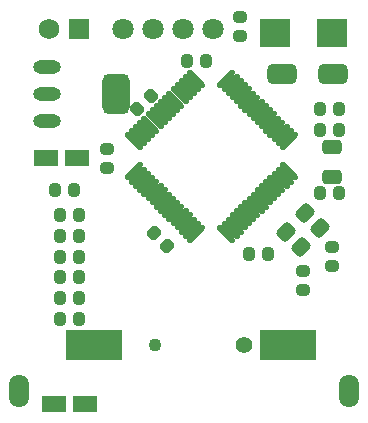
<source format=gbs>
G04 Layer_Color=16711935*
%FSLAX44Y44*%
%MOMM*%
G71*
G01*
G75*
G04:AMPARAMS|DCode=51|XSize=1.1532mm|YSize=1.0032mm|CornerRadius=0.3016mm|HoleSize=0mm|Usage=FLASHONLY|Rotation=90.000|XOffset=0mm|YOffset=0mm|HoleType=Round|Shape=RoundedRectangle|*
%AMROUNDEDRECTD51*
21,1,1.1532,0.4000,0,0,90.0*
21,1,0.5500,1.0032,0,0,90.0*
1,1,0.6032,0.2000,0.2750*
1,1,0.6032,0.2000,-0.2750*
1,1,0.6032,-0.2000,-0.2750*
1,1,0.6032,-0.2000,0.2750*
%
%ADD51ROUNDEDRECTD51*%
G04:AMPARAMS|DCode=52|XSize=1.1532mm|YSize=1.0032mm|CornerRadius=0.3016mm|HoleSize=0mm|Usage=FLASHONLY|Rotation=0.000|XOffset=0mm|YOffset=0mm|HoleType=Round|Shape=RoundedRectangle|*
%AMROUNDEDRECTD52*
21,1,1.1532,0.4000,0,0,0.0*
21,1,0.5500,1.0032,0,0,0.0*
1,1,0.6032,0.2750,-0.2000*
1,1,0.6032,-0.2750,-0.2000*
1,1,0.6032,-0.2750,0.2000*
1,1,0.6032,0.2750,0.2000*
%
%ADD52ROUNDEDRECTD52*%
G04:AMPARAMS|DCode=57|XSize=2.5032mm|YSize=1.7532mm|CornerRadius=0.4891mm|HoleSize=0mm|Usage=FLASHONLY|Rotation=0.000|XOffset=0mm|YOffset=0mm|HoleType=Round|Shape=RoundedRectangle|*
%AMROUNDEDRECTD57*
21,1,2.5032,0.7750,0,0,0.0*
21,1,1.5250,1.7532,0,0,0.0*
1,1,0.9782,0.7625,-0.3875*
1,1,0.9782,-0.7625,-0.3875*
1,1,0.9782,-0.7625,0.3875*
1,1,0.9782,0.7625,0.3875*
%
%ADD57ROUNDEDRECTD57*%
%ADD58O,1.7032X2.8032*%
%ADD59R,1.7272X1.7272*%
%ADD60C,1.7272*%
%ADD61C,1.4032*%
%ADD62C,1.1032*%
%ADD63C,1.8032*%
%ADD64R,4.7032X2.5032*%
%ADD65R,2.0032X1.4532*%
G04:AMPARAMS|DCode=66|XSize=1.1532mm|YSize=1.0032mm|CornerRadius=0.3016mm|HoleSize=0mm|Usage=FLASHONLY|Rotation=225.000|XOffset=0mm|YOffset=0mm|HoleType=Round|Shape=RoundedRectangle|*
%AMROUNDEDRECTD66*
21,1,1.1532,0.4000,0,0,225.0*
21,1,0.5500,1.0032,0,0,225.0*
1,1,0.6032,-0.3359,-0.0530*
1,1,0.6032,0.0530,0.3359*
1,1,0.6032,0.3359,0.0530*
1,1,0.6032,-0.0530,-0.3359*
%
%ADD66ROUNDEDRECTD66*%
G04:AMPARAMS|DCode=67|XSize=3.4532mm|YSize=2.3532mm|CornerRadius=0.6391mm|HoleSize=0mm|Usage=FLASHONLY|Rotation=270.000|XOffset=0mm|YOffset=0mm|HoleType=Round|Shape=RoundedRectangle|*
%AMROUNDEDRECTD67*
21,1,3.4532,1.0750,0,0,270.0*
21,1,2.1750,2.3532,0,0,270.0*
1,1,1.2782,-0.5375,-1.0875*
1,1,1.2782,-0.5375,1.0875*
1,1,1.2782,0.5375,1.0875*
1,1,1.2782,0.5375,-1.0875*
%
%ADD67ROUNDEDRECTD67*%
%ADD68O,2.3532X1.1532*%
G04:AMPARAMS|DCode=69|XSize=0.5032mm|YSize=2.0032mm|CornerRadius=0mm|HoleSize=0mm|Usage=FLASHONLY|Rotation=135.000|XOffset=0mm|YOffset=0mm|HoleType=Round|Shape=Round|*
%AMOVALD69*
21,1,1.5000,0.5032,0.0000,0.0000,225.0*
1,1,0.5032,0.5303,0.5303*
1,1,0.5032,-0.5303,-0.5303*
%
%ADD69OVALD69*%

G04:AMPARAMS|DCode=70|XSize=0.5032mm|YSize=2.0032mm|CornerRadius=0mm|HoleSize=0mm|Usage=FLASHONLY|Rotation=45.000|XOffset=0mm|YOffset=0mm|HoleType=Round|Shape=Round|*
%AMOVALD70*
21,1,1.5000,0.5032,0.0000,0.0000,135.0*
1,1,0.5032,0.5303,-0.5303*
1,1,0.5032,-0.5303,0.5303*
%
%ADD70OVALD70*%

G04:AMPARAMS|DCode=71|XSize=1.5mm|YSize=1.25mm|CornerRadius=0.3625mm|HoleSize=0mm|Usage=FLASHONLY|Rotation=225.000|XOffset=0mm|YOffset=0mm|HoleType=Round|Shape=RoundedRectangle|*
%AMROUNDEDRECTD71*
21,1,1.5000,0.5250,0,0,225.0*
21,1,0.7750,1.2500,0,0,225.0*
1,1,0.7250,-0.4596,-0.0884*
1,1,0.7250,0.0884,0.4596*
1,1,0.7250,0.4596,0.0884*
1,1,0.7250,-0.0884,-0.4596*
%
%ADD71ROUNDEDRECTD71*%
G04:AMPARAMS|DCode=72|XSize=1.2mm|YSize=1.7mm|CornerRadius=0.35mm|HoleSize=0mm|Usage=FLASHONLY|Rotation=270.000|XOffset=0mm|YOffset=0mm|HoleType=Round|Shape=RoundedRectangle|*
%AMROUNDEDRECTD72*
21,1,1.2000,1.0000,0,0,270.0*
21,1,0.5000,1.7000,0,0,270.0*
1,1,0.7000,-0.5000,-0.2500*
1,1,0.7000,-0.5000,0.2500*
1,1,0.7000,0.5000,0.2500*
1,1,0.7000,0.5000,-0.2500*
%
%ADD72ROUNDEDRECTD72*%
%ADD73R,2.5532X2.4532*%
G04:AMPARAMS|DCode=74|XSize=1.1532mm|YSize=1.0032mm|CornerRadius=0.3016mm|HoleSize=0mm|Usage=FLASHONLY|Rotation=315.000|XOffset=0mm|YOffset=0mm|HoleType=Round|Shape=RoundedRectangle|*
%AMROUNDEDRECTD74*
21,1,1.1532,0.4000,0,0,315.0*
21,1,0.5500,1.0032,0,0,315.0*
1,1,0.6032,0.0530,-0.3359*
1,1,0.6032,-0.3359,0.0530*
1,1,0.6032,-0.0530,0.3359*
1,1,0.6032,0.3359,-0.0530*
%
%ADD74ROUNDEDRECTD74*%
D51*
X207000Y170000D02*
D03*
X223000D02*
D03*
X283000Y292500D02*
D03*
X267000D02*
D03*
X43000Y224000D02*
D03*
X59000D02*
D03*
X63000Y115000D02*
D03*
X47000D02*
D03*
X63000Y202500D02*
D03*
X47000D02*
D03*
X63000Y185000D02*
D03*
X47000D02*
D03*
X63000Y167500D02*
D03*
X47000D02*
D03*
X63000Y132500D02*
D03*
X47000D02*
D03*
X63000Y150000D02*
D03*
X47000D02*
D03*
X283000Y221000D02*
D03*
X267000D02*
D03*
X283000Y275000D02*
D03*
X267000D02*
D03*
X170250Y333000D02*
D03*
X154250D02*
D03*
D52*
X87000Y259000D02*
D03*
Y243000D02*
D03*
X198960Y354752D02*
D03*
Y370752D02*
D03*
X277500Y175500D02*
D03*
X277500Y159500D02*
D03*
X253000Y139000D02*
D03*
Y155000D02*
D03*
D57*
X278147Y322028D02*
D03*
X235147D02*
D03*
D58*
X12000Y54000D02*
D03*
X291500D02*
D03*
D59*
X62700Y360000D02*
D03*
D60*
X37300D02*
D03*
D61*
X202500Y92500D02*
D03*
D62*
X127500D02*
D03*
D63*
X100000Y360000D02*
D03*
X125400D02*
D03*
X150800D02*
D03*
X176200D02*
D03*
D64*
X75500Y92500D02*
D03*
X239500D02*
D03*
D65*
X61000Y251000D02*
D03*
X35000D02*
D03*
X68000Y42500D02*
D03*
X42000D02*
D03*
D66*
X126343Y187657D02*
D03*
X137657Y176343D02*
D03*
D67*
X94000Y305000D02*
D03*
D68*
X36000D02*
D03*
Y282000D02*
D03*
Y328000D02*
D03*
D69*
X240761Y265228D02*
D03*
X237225Y268764D02*
D03*
X233690Y272299D02*
D03*
X230155Y275835D02*
D03*
X226619Y279370D02*
D03*
X223083Y282905D02*
D03*
X219548Y286441D02*
D03*
X216012Y289977D02*
D03*
X212477Y293512D02*
D03*
X208941Y297048D02*
D03*
X205406Y300583D02*
D03*
X201870Y304119D02*
D03*
X198335Y307654D02*
D03*
X194799Y311190D02*
D03*
X191264Y314725D02*
D03*
X187728Y318261D02*
D03*
X109239Y239772D02*
D03*
X112775Y236236D02*
D03*
X116310Y232701D02*
D03*
X119846Y229166D02*
D03*
X123381Y225630D02*
D03*
X126917Y222094D02*
D03*
X130452Y218559D02*
D03*
X133988Y215023D02*
D03*
X137523Y211488D02*
D03*
X141059Y207952D02*
D03*
X144595Y204417D02*
D03*
X148130Y200881D02*
D03*
X151665Y197346D02*
D03*
X155201Y193810D02*
D03*
X158736Y190275D02*
D03*
X162272Y186739D02*
D03*
D70*
Y318261D02*
D03*
X158736Y314725D02*
D03*
X155201Y311190D02*
D03*
X151665Y307654D02*
D03*
X148130Y304119D02*
D03*
X144595Y300583D02*
D03*
X141059Y297048D02*
D03*
X137523Y293512D02*
D03*
X133988Y289977D02*
D03*
X130452Y286441D02*
D03*
X126917Y282905D02*
D03*
X123381Y279370D02*
D03*
X119846Y275835D02*
D03*
X116310Y272299D02*
D03*
X112775Y268764D02*
D03*
X109239Y265228D02*
D03*
X187728Y186739D02*
D03*
X191264Y190275D02*
D03*
X194799Y193810D02*
D03*
X198335Y197346D02*
D03*
X201870Y200881D02*
D03*
X205406Y204417D02*
D03*
X208941Y207952D02*
D03*
X212477Y211488D02*
D03*
X216012Y215023D02*
D03*
X219548Y218559D02*
D03*
X223083Y222094D02*
D03*
X226619Y225630D02*
D03*
X230155Y229166D02*
D03*
X233690Y232701D02*
D03*
X237225Y236236D02*
D03*
X240761Y239772D02*
D03*
D71*
X237827Y188409D02*
D03*
X250909Y175328D02*
D03*
X254091Y204672D02*
D03*
X267173Y191591D02*
D03*
D72*
X277500Y260000D02*
D03*
Y235000D02*
D03*
D73*
X228500Y357000D02*
D03*
X277500D02*
D03*
D74*
X123657Y303657D02*
D03*
X112343Y292343D02*
D03*
M02*

</source>
